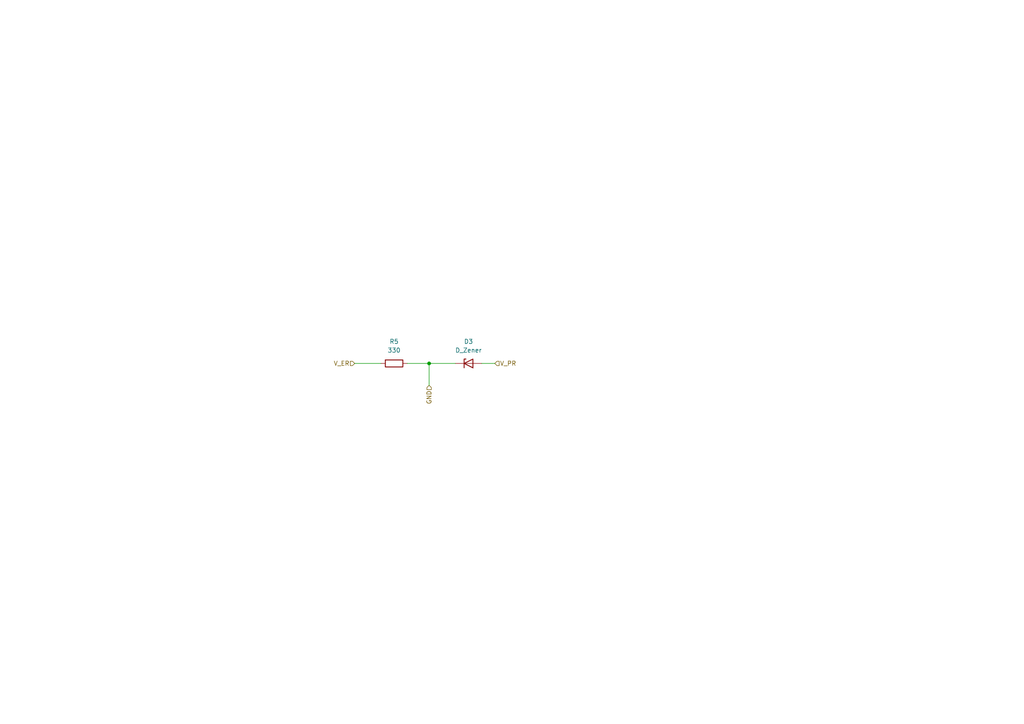
<source format=kicad_sch>
(kicad_sch (version 20231120) (generator "eeschema") (generator_version "8.0")
  (paper "A4")
  (lib_symbols
    (symbol "Device:D_Zener" (pin_numbers hide) (pin_names (offset 1.016) hide)
      (property "Reference" "D" (at 0 2.54 0))
      (property "Value" "D_Zener" (at 0 -2.54 0))
      (symbol "D_Zener_0_1"
        (polyline (pts (xy 1.27 0) (xy -1.27 0)))
        (polyline (pts (xy -1.27 -1.27) (xy -1.27 1.27) (xy -0.762 1.27)) (stroke (width 0.254)))
        (polyline (pts (xy 1.27 -1.27) (xy 1.27 1.27) (xy -1.27 0) (xy 1.27 -1.27)) (stroke (width 0.254)))
      )
      (symbol "D_Zener_1_1"
        (pin passive line (at -3.81 0 0) (length 2.54) (name "K") (number "1"))
        (pin passive line (at 3.81 0 180) (length 2.54) (name "A") (number "2"))
      )
    )
    (symbol "Device:R" (pin_numbers hide) (pin_names (offset 0))
      (property "Reference" "R" (at 2.032 0 90))
      (property "Value" "R" (at 0 0 90))
      (symbol "R_0_1"
        (rectangle (start -1.016 -2.54) (end 1.016 2.54) (stroke (width 0.254)))
      )
      (symbol "R_1_1"
        (pin passive line (at 0 3.81 270) (length 1.27) (name "~") (number "1"))
        (pin passive line (at 0 -3.81 90) (length 1.27) (name "~") (number "2"))
      )
    )
  )
  (junction (at 124.46 105.41))
  (wire (pts (xy 118.11 105.41) (xy 124.46 105.41)))
  (wire (pts (xy 139.7 105.41) (xy 143.51 105.41)))
  (wire (pts (xy 124.46 105.41) (xy 124.46 111.76)))
  (wire (pts (xy 132.08 105.41) (xy 124.46 105.41)))
  (wire (pts (xy 102.87 105.41) (xy 110.49 105.41)))
  (hierarchical_label "GND" (shape input) (at 124.46 111.76 270))
  (hierarchical_label "V_ER" (shape input) (at 102.87 105.41 180))
  (hierarchical_label "V_PR" (shape input) (at 143.51 105.41 0))
  (symbol (lib_id "Device:R") (at 114.3 105.41 90) (unit 1)
    (property "Reference" "R5" (at 114.3 99.06 90))
    (property "Value" "330" (at 114.3 101.6 90))
    (property "Description" "Resistor" (effects (hide yes)))
  )
  (symbol (lib_id "Device:D_Zener") (at 135.89 105.41 0) (unit 1)
    (property "Reference" "D3" (at 135.89 99.06 0))
    (property "Value" "D_Zener" (at 135.89 101.6 0))
    (property "Description" "Zener diode" (effects (hide yes)))
  )
)
</source>
